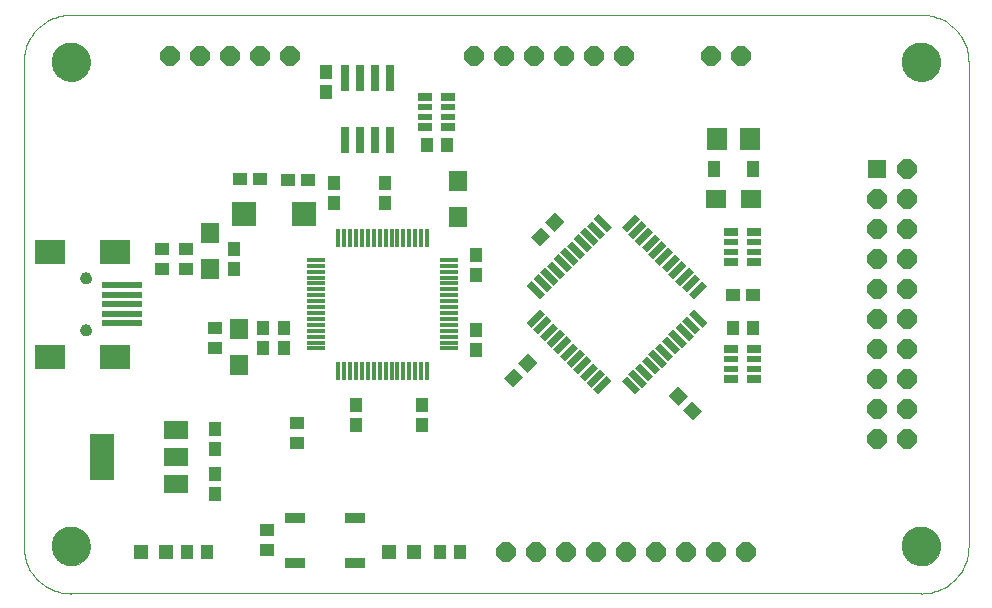
<source format=gts>
G75*
G70*
%OFA0B0*%
%FSLAX24Y24*%
%IPPOS*%
%LPD*%
%AMOC8*
5,1,8,0,0,1.08239X$1,22.5*
%
%ADD10R,0.0434X0.0473*%
%ADD11R,0.0591X0.0670*%
%ADD12R,0.0473X0.0434*%
%ADD13R,0.0276X0.0906*%
%ADD14R,0.0827X0.0631*%
%ADD15R,0.0827X0.1536*%
%ADD16OC8,0.0640*%
%ADD17R,0.0512X0.0512*%
%ADD18R,0.0670X0.0591*%
%ADD19R,0.0840X0.0840*%
%ADD20R,0.0631X0.0237*%
%ADD21R,0.0237X0.0631*%
%ADD22R,0.0640X0.0640*%
%ADD23R,0.0146X0.0611*%
%ADD24R,0.0611X0.0146*%
%ADD25R,0.0690X0.0340*%
%ADD26R,0.0493X0.0213*%
%ADD27R,0.0493X0.0288*%
%ADD28R,0.0398X0.0520*%
%ADD29R,0.0670X0.0750*%
%ADD30R,0.1024X0.0827*%
%ADD31R,0.1339X0.0237*%
%ADD32C,0.0000*%
%ADD33C,0.0394*%
%ADD34C,0.1300*%
D10*
X010875Y004795D03*
X011544Y004795D03*
X011803Y006729D03*
X011803Y007399D03*
X011803Y008229D03*
X011803Y008899D03*
X013391Y011603D03*
X014091Y011603D03*
X014091Y012272D03*
X013391Y012272D03*
X012418Y014228D03*
X012418Y014897D03*
X015759Y016428D03*
X015759Y017097D03*
X017459Y017097D03*
X017459Y016428D03*
X018856Y018362D03*
X019526Y018362D03*
X015491Y020128D03*
X015491Y020797D03*
X020491Y014696D03*
X020491Y014026D03*
X020491Y012199D03*
X020491Y011529D03*
X018689Y009697D03*
X018689Y009028D03*
X016489Y009028D03*
X016489Y009697D03*
X019300Y004795D03*
X019970Y004795D03*
X029053Y012262D03*
X029722Y012262D03*
D11*
X019909Y015972D03*
X019909Y017153D03*
X012591Y012228D03*
X012591Y011047D03*
X011644Y014247D03*
X011644Y015428D03*
D12*
X010819Y014897D03*
X010019Y014897D03*
X010019Y014228D03*
X010819Y014228D03*
X011791Y012272D03*
X011791Y011603D03*
X014547Y009105D03*
X014547Y008436D03*
X013529Y005523D03*
X013529Y004854D03*
G36*
X022074Y010639D02*
X021741Y010306D01*
X021434Y010613D01*
X021767Y010946D01*
X022074Y010639D01*
G37*
G36*
X022547Y011112D02*
X022214Y010779D01*
X021907Y011086D01*
X022240Y011419D01*
X022547Y011112D01*
G37*
G36*
X027241Y010319D02*
X027574Y009986D01*
X027267Y009679D01*
X026934Y010012D01*
X027241Y010319D01*
G37*
G36*
X027714Y009846D02*
X028047Y009513D01*
X027740Y009206D01*
X027407Y009539D01*
X027714Y009846D01*
G37*
X029053Y013362D03*
X029722Y013362D03*
G36*
X023447Y015812D02*
X023114Y015479D01*
X022807Y015786D01*
X023140Y016119D01*
X023447Y015812D01*
G37*
G36*
X022974Y015339D02*
X022641Y015006D01*
X022334Y015313D01*
X022667Y015646D01*
X022974Y015339D01*
G37*
X014907Y017213D03*
X014237Y017213D03*
X013307Y017231D03*
X012637Y017231D03*
D13*
X016141Y018539D03*
X016641Y018539D03*
X017141Y018539D03*
X017641Y018539D03*
X017641Y020586D03*
X017141Y020586D03*
X016641Y020586D03*
X016141Y020586D03*
D14*
X010509Y008868D03*
X010509Y007962D03*
X010509Y007057D03*
D15*
X008029Y007962D03*
D16*
X021501Y004795D03*
X022501Y004795D03*
X023501Y004795D03*
X024501Y004795D03*
X025501Y004795D03*
X026501Y004795D03*
X027501Y004795D03*
X028501Y004795D03*
X029501Y004795D03*
X033859Y008562D03*
X034859Y008562D03*
X034859Y009562D03*
X033859Y009562D03*
X033859Y010562D03*
X034859Y010562D03*
X034859Y011562D03*
X033859Y011562D03*
X033859Y012562D03*
X034859Y012562D03*
X034859Y013562D03*
X033859Y013562D03*
X033859Y014562D03*
X034859Y014562D03*
X034859Y015562D03*
X033859Y015562D03*
X033859Y016562D03*
X034859Y016562D03*
X034859Y017562D03*
X029348Y021330D03*
X028348Y021330D03*
X025442Y021330D03*
X024442Y021330D03*
X023442Y021330D03*
X022442Y021330D03*
X021442Y021330D03*
X020442Y021330D03*
X014312Y021330D03*
X013312Y021330D03*
X012312Y021330D03*
X011312Y021330D03*
X010312Y021330D03*
D17*
X010166Y004795D03*
X009340Y004795D03*
X017607Y004795D03*
X018434Y004795D03*
D18*
X028497Y016578D03*
X029678Y016578D03*
D19*
X014772Y016081D03*
X012772Y016081D03*
D20*
G36*
X022629Y013230D02*
X022184Y013675D01*
X022351Y013842D01*
X022796Y013397D01*
X022629Y013230D01*
G37*
G36*
X022852Y013452D02*
X022407Y013897D01*
X022574Y014064D01*
X023019Y013619D01*
X022852Y013452D01*
G37*
G36*
X023075Y013675D02*
X022630Y014120D01*
X022797Y014287D01*
X023242Y013842D01*
X023075Y013675D01*
G37*
G36*
X023298Y013898D02*
X022853Y014343D01*
X023020Y014510D01*
X023465Y014065D01*
X023298Y013898D01*
G37*
G36*
X023520Y014120D02*
X023075Y014565D01*
X023242Y014732D01*
X023687Y014287D01*
X023520Y014120D01*
G37*
G36*
X023743Y014343D02*
X023298Y014788D01*
X023465Y014955D01*
X023910Y014510D01*
X023743Y014343D01*
G37*
G36*
X023966Y014566D02*
X023521Y015011D01*
X023688Y015178D01*
X024133Y014733D01*
X023966Y014566D01*
G37*
G36*
X024188Y014789D02*
X023743Y015234D01*
X023910Y015401D01*
X024355Y014956D01*
X024188Y014789D01*
G37*
G36*
X024411Y015011D02*
X023966Y015456D01*
X024133Y015623D01*
X024578Y015178D01*
X024411Y015011D01*
G37*
G36*
X024634Y015234D02*
X024189Y015679D01*
X024356Y015846D01*
X024801Y015401D01*
X024634Y015234D01*
G37*
G36*
X024857Y015457D02*
X024412Y015902D01*
X024579Y016069D01*
X025024Y015624D01*
X024857Y015457D01*
G37*
G36*
X028030Y012283D02*
X027585Y012728D01*
X027752Y012895D01*
X028197Y012450D01*
X028030Y012283D01*
G37*
G36*
X027808Y012060D02*
X027363Y012505D01*
X027530Y012672D01*
X027975Y012227D01*
X027808Y012060D01*
G37*
G36*
X027585Y011838D02*
X027140Y012283D01*
X027307Y012450D01*
X027752Y012005D01*
X027585Y011838D01*
G37*
G36*
X027362Y011615D02*
X026917Y012060D01*
X027084Y012227D01*
X027529Y011782D01*
X027362Y011615D01*
G37*
G36*
X027139Y011392D02*
X026694Y011837D01*
X026861Y012004D01*
X027306Y011559D01*
X027139Y011392D01*
G37*
G36*
X026917Y011170D02*
X026472Y011615D01*
X026639Y011782D01*
X027084Y011337D01*
X026917Y011170D01*
G37*
G36*
X026694Y010947D02*
X026249Y011392D01*
X026416Y011559D01*
X026861Y011114D01*
X026694Y010947D01*
G37*
G36*
X026471Y010724D02*
X026026Y011169D01*
X026193Y011336D01*
X026638Y010891D01*
X026471Y010724D01*
G37*
G36*
X026249Y010501D02*
X025804Y010946D01*
X025971Y011113D01*
X026416Y010668D01*
X026249Y010501D01*
G37*
G36*
X026026Y010279D02*
X025581Y010724D01*
X025748Y010891D01*
X026193Y010446D01*
X026026Y010279D01*
G37*
G36*
X025803Y010056D02*
X025358Y010501D01*
X025525Y010668D01*
X025970Y010223D01*
X025803Y010056D01*
G37*
D21*
G36*
X024579Y010056D02*
X024412Y010223D01*
X024857Y010668D01*
X025024Y010501D01*
X024579Y010056D01*
G37*
G36*
X024356Y010279D02*
X024189Y010446D01*
X024634Y010891D01*
X024801Y010724D01*
X024356Y010279D01*
G37*
G36*
X024133Y010501D02*
X023966Y010668D01*
X024411Y011113D01*
X024578Y010946D01*
X024133Y010501D01*
G37*
G36*
X023910Y010724D02*
X023743Y010891D01*
X024188Y011336D01*
X024355Y011169D01*
X023910Y010724D01*
G37*
G36*
X023688Y010947D02*
X023521Y011114D01*
X023966Y011559D01*
X024133Y011392D01*
X023688Y010947D01*
G37*
G36*
X023465Y011170D02*
X023298Y011337D01*
X023743Y011782D01*
X023910Y011615D01*
X023465Y011170D01*
G37*
G36*
X023242Y011392D02*
X023075Y011559D01*
X023520Y012004D01*
X023687Y011837D01*
X023242Y011392D01*
G37*
G36*
X023020Y011615D02*
X022853Y011782D01*
X023298Y012227D01*
X023465Y012060D01*
X023020Y011615D01*
G37*
G36*
X022797Y011838D02*
X022630Y012005D01*
X023075Y012450D01*
X023242Y012283D01*
X022797Y011838D01*
G37*
G36*
X022574Y012060D02*
X022407Y012227D01*
X022852Y012672D01*
X023019Y012505D01*
X022574Y012060D01*
G37*
G36*
X022351Y012283D02*
X022184Y012450D01*
X022629Y012895D01*
X022796Y012728D01*
X022351Y012283D01*
G37*
G36*
X026416Y014566D02*
X026249Y014733D01*
X026694Y015178D01*
X026861Y015011D01*
X026416Y014566D01*
G37*
G36*
X026639Y014343D02*
X026472Y014510D01*
X026917Y014955D01*
X027084Y014788D01*
X026639Y014343D01*
G37*
G36*
X026861Y014120D02*
X026694Y014287D01*
X027139Y014732D01*
X027306Y014565D01*
X026861Y014120D01*
G37*
G36*
X027084Y013898D02*
X026917Y014065D01*
X027362Y014510D01*
X027529Y014343D01*
X027084Y013898D01*
G37*
G36*
X027307Y013675D02*
X027140Y013842D01*
X027585Y014287D01*
X027752Y014120D01*
X027307Y013675D01*
G37*
G36*
X027530Y013452D02*
X027363Y013619D01*
X027808Y014064D01*
X027975Y013897D01*
X027530Y013452D01*
G37*
G36*
X027752Y013230D02*
X027585Y013397D01*
X028030Y013842D01*
X028197Y013675D01*
X027752Y013230D01*
G37*
G36*
X026193Y014789D02*
X026026Y014956D01*
X026471Y015401D01*
X026638Y015234D01*
X026193Y014789D01*
G37*
G36*
X025971Y015011D02*
X025804Y015178D01*
X026249Y015623D01*
X026416Y015456D01*
X025971Y015011D01*
G37*
G36*
X025748Y015234D02*
X025581Y015401D01*
X026026Y015846D01*
X026193Y015679D01*
X025748Y015234D01*
G37*
G36*
X025525Y015457D02*
X025358Y015624D01*
X025803Y016069D01*
X025970Y015902D01*
X025525Y015457D01*
G37*
D22*
X033859Y017562D03*
D23*
X018867Y015277D03*
X018670Y015277D03*
X018474Y015277D03*
X018277Y015277D03*
X018080Y015277D03*
X017883Y015277D03*
X017686Y015277D03*
X017489Y015277D03*
X017292Y015277D03*
X017096Y015277D03*
X016899Y015277D03*
X016702Y015277D03*
X016505Y015277D03*
X016308Y015277D03*
X016111Y015277D03*
X015914Y015277D03*
X015914Y010848D03*
X016111Y010848D03*
X016308Y010848D03*
X016505Y010848D03*
X016702Y010848D03*
X016899Y010848D03*
X017096Y010848D03*
X017292Y010848D03*
X017489Y010848D03*
X017686Y010848D03*
X017883Y010848D03*
X018080Y010848D03*
X018277Y010848D03*
X018474Y010848D03*
X018670Y010848D03*
X018867Y010848D03*
D24*
X019605Y011586D03*
X019605Y011783D03*
X019605Y011980D03*
X019605Y012177D03*
X019605Y012373D03*
X019605Y012570D03*
X019605Y012767D03*
X019605Y012964D03*
X019605Y013161D03*
X019605Y013358D03*
X019605Y013554D03*
X019605Y013751D03*
X019605Y013948D03*
X019605Y014145D03*
X019605Y014342D03*
X019605Y014539D03*
X015176Y014539D03*
X015176Y014342D03*
X015176Y014145D03*
X015176Y013948D03*
X015176Y013751D03*
X015176Y013554D03*
X015176Y013358D03*
X015176Y013161D03*
X015176Y012964D03*
X015176Y012767D03*
X015176Y012570D03*
X015176Y012373D03*
X015176Y012177D03*
X015176Y011980D03*
X015176Y011783D03*
X015176Y011586D03*
D25*
X014462Y005938D03*
X016462Y005938D03*
X016462Y004438D03*
X014462Y004438D03*
D26*
X029004Y010905D03*
X029004Y011220D03*
X029772Y011220D03*
X029772Y010905D03*
X029772Y014805D03*
X029772Y015120D03*
X029004Y015120D03*
X029004Y014805D03*
X019575Y019305D03*
X019575Y019620D03*
X018807Y019620D03*
X018807Y019305D03*
D27*
X018807Y018953D03*
X019575Y018953D03*
X019575Y019972D03*
X018807Y019972D03*
X029004Y015472D03*
X029772Y015472D03*
X029772Y014453D03*
X029004Y014453D03*
X029004Y011572D03*
X029772Y011572D03*
X029772Y010553D03*
X029004Y010553D03*
D28*
X028444Y017578D03*
X029731Y017578D03*
D29*
X029648Y018578D03*
X028528Y018578D03*
D30*
X008474Y014814D03*
X006308Y014814D03*
X006308Y011310D03*
X008474Y011310D03*
D31*
X008710Y012432D03*
X008710Y012747D03*
X008710Y013062D03*
X008710Y013377D03*
X008710Y013692D03*
D32*
X006997Y003417D02*
X035344Y003417D01*
X034714Y004991D02*
X034716Y005041D01*
X034722Y005091D01*
X034732Y005140D01*
X034746Y005188D01*
X034763Y005235D01*
X034784Y005280D01*
X034809Y005324D01*
X034837Y005365D01*
X034869Y005404D01*
X034903Y005441D01*
X034940Y005475D01*
X034980Y005505D01*
X035022Y005532D01*
X035066Y005556D01*
X035112Y005577D01*
X035159Y005593D01*
X035207Y005606D01*
X035257Y005615D01*
X035306Y005620D01*
X035357Y005621D01*
X035407Y005618D01*
X035456Y005611D01*
X035505Y005600D01*
X035553Y005585D01*
X035599Y005567D01*
X035644Y005545D01*
X035687Y005519D01*
X035728Y005490D01*
X035767Y005458D01*
X035803Y005423D01*
X035835Y005385D01*
X035865Y005345D01*
X035892Y005302D01*
X035915Y005258D01*
X035934Y005212D01*
X035950Y005164D01*
X035962Y005115D01*
X035970Y005066D01*
X035974Y005016D01*
X035974Y004966D01*
X035970Y004916D01*
X035962Y004867D01*
X035950Y004818D01*
X035934Y004770D01*
X035915Y004724D01*
X035892Y004680D01*
X035865Y004637D01*
X035835Y004597D01*
X035803Y004559D01*
X035767Y004524D01*
X035728Y004492D01*
X035687Y004463D01*
X035644Y004437D01*
X035599Y004415D01*
X035553Y004397D01*
X035505Y004382D01*
X035456Y004371D01*
X035407Y004364D01*
X035357Y004361D01*
X035306Y004362D01*
X035257Y004367D01*
X035207Y004376D01*
X035159Y004389D01*
X035112Y004405D01*
X035066Y004426D01*
X035022Y004450D01*
X034980Y004477D01*
X034940Y004507D01*
X034903Y004541D01*
X034869Y004578D01*
X034837Y004617D01*
X034809Y004658D01*
X034784Y004702D01*
X034763Y004747D01*
X034746Y004794D01*
X034732Y004842D01*
X034722Y004891D01*
X034716Y004941D01*
X034714Y004991D01*
X035344Y003416D02*
X035421Y003418D01*
X035498Y003424D01*
X035575Y003433D01*
X035651Y003446D01*
X035727Y003463D01*
X035801Y003484D01*
X035875Y003508D01*
X035947Y003536D01*
X036017Y003567D01*
X036086Y003602D01*
X036154Y003640D01*
X036219Y003681D01*
X036282Y003726D01*
X036343Y003774D01*
X036402Y003824D01*
X036458Y003877D01*
X036511Y003933D01*
X036561Y003992D01*
X036609Y004053D01*
X036654Y004116D01*
X036695Y004181D01*
X036733Y004249D01*
X036768Y004318D01*
X036799Y004388D01*
X036827Y004460D01*
X036851Y004534D01*
X036872Y004608D01*
X036889Y004684D01*
X036902Y004760D01*
X036911Y004837D01*
X036917Y004914D01*
X036919Y004991D01*
X036918Y004991D02*
X036918Y021133D01*
X034714Y021133D02*
X034716Y021183D01*
X034722Y021233D01*
X034732Y021282D01*
X034746Y021330D01*
X034763Y021377D01*
X034784Y021422D01*
X034809Y021466D01*
X034837Y021507D01*
X034869Y021546D01*
X034903Y021583D01*
X034940Y021617D01*
X034980Y021647D01*
X035022Y021674D01*
X035066Y021698D01*
X035112Y021719D01*
X035159Y021735D01*
X035207Y021748D01*
X035257Y021757D01*
X035306Y021762D01*
X035357Y021763D01*
X035407Y021760D01*
X035456Y021753D01*
X035505Y021742D01*
X035553Y021727D01*
X035599Y021709D01*
X035644Y021687D01*
X035687Y021661D01*
X035728Y021632D01*
X035767Y021600D01*
X035803Y021565D01*
X035835Y021527D01*
X035865Y021487D01*
X035892Y021444D01*
X035915Y021400D01*
X035934Y021354D01*
X035950Y021306D01*
X035962Y021257D01*
X035970Y021208D01*
X035974Y021158D01*
X035974Y021108D01*
X035970Y021058D01*
X035962Y021009D01*
X035950Y020960D01*
X035934Y020912D01*
X035915Y020866D01*
X035892Y020822D01*
X035865Y020779D01*
X035835Y020739D01*
X035803Y020701D01*
X035767Y020666D01*
X035728Y020634D01*
X035687Y020605D01*
X035644Y020579D01*
X035599Y020557D01*
X035553Y020539D01*
X035505Y020524D01*
X035456Y020513D01*
X035407Y020506D01*
X035357Y020503D01*
X035306Y020504D01*
X035257Y020509D01*
X035207Y020518D01*
X035159Y020531D01*
X035112Y020547D01*
X035066Y020568D01*
X035022Y020592D01*
X034980Y020619D01*
X034940Y020649D01*
X034903Y020683D01*
X034869Y020720D01*
X034837Y020759D01*
X034809Y020800D01*
X034784Y020844D01*
X034763Y020889D01*
X034746Y020936D01*
X034732Y020984D01*
X034722Y021033D01*
X034716Y021083D01*
X034714Y021133D01*
X035344Y022708D02*
X035421Y022706D01*
X035498Y022700D01*
X035575Y022691D01*
X035651Y022678D01*
X035727Y022661D01*
X035801Y022640D01*
X035875Y022616D01*
X035947Y022588D01*
X036017Y022557D01*
X036086Y022522D01*
X036154Y022484D01*
X036219Y022443D01*
X036282Y022398D01*
X036343Y022350D01*
X036402Y022300D01*
X036458Y022247D01*
X036511Y022191D01*
X036561Y022132D01*
X036609Y022071D01*
X036654Y022008D01*
X036695Y021943D01*
X036733Y021875D01*
X036768Y021806D01*
X036799Y021736D01*
X036827Y021664D01*
X036851Y021590D01*
X036872Y021516D01*
X036889Y021440D01*
X036902Y021364D01*
X036911Y021287D01*
X036917Y021210D01*
X036919Y021133D01*
X035344Y022708D02*
X006997Y022708D01*
X006367Y021133D02*
X006369Y021183D01*
X006375Y021233D01*
X006385Y021282D01*
X006399Y021330D01*
X006416Y021377D01*
X006437Y021422D01*
X006462Y021466D01*
X006490Y021507D01*
X006522Y021546D01*
X006556Y021583D01*
X006593Y021617D01*
X006633Y021647D01*
X006675Y021674D01*
X006719Y021698D01*
X006765Y021719D01*
X006812Y021735D01*
X006860Y021748D01*
X006910Y021757D01*
X006959Y021762D01*
X007010Y021763D01*
X007060Y021760D01*
X007109Y021753D01*
X007158Y021742D01*
X007206Y021727D01*
X007252Y021709D01*
X007297Y021687D01*
X007340Y021661D01*
X007381Y021632D01*
X007420Y021600D01*
X007456Y021565D01*
X007488Y021527D01*
X007518Y021487D01*
X007545Y021444D01*
X007568Y021400D01*
X007587Y021354D01*
X007603Y021306D01*
X007615Y021257D01*
X007623Y021208D01*
X007627Y021158D01*
X007627Y021108D01*
X007623Y021058D01*
X007615Y021009D01*
X007603Y020960D01*
X007587Y020912D01*
X007568Y020866D01*
X007545Y020822D01*
X007518Y020779D01*
X007488Y020739D01*
X007456Y020701D01*
X007420Y020666D01*
X007381Y020634D01*
X007340Y020605D01*
X007297Y020579D01*
X007252Y020557D01*
X007206Y020539D01*
X007158Y020524D01*
X007109Y020513D01*
X007060Y020506D01*
X007010Y020503D01*
X006959Y020504D01*
X006910Y020509D01*
X006860Y020518D01*
X006812Y020531D01*
X006765Y020547D01*
X006719Y020568D01*
X006675Y020592D01*
X006633Y020619D01*
X006593Y020649D01*
X006556Y020683D01*
X006522Y020720D01*
X006490Y020759D01*
X006462Y020800D01*
X006437Y020844D01*
X006416Y020889D01*
X006399Y020936D01*
X006385Y020984D01*
X006375Y021033D01*
X006369Y021083D01*
X006367Y021133D01*
X005422Y021133D02*
X005424Y021210D01*
X005430Y021287D01*
X005439Y021364D01*
X005452Y021440D01*
X005469Y021516D01*
X005490Y021590D01*
X005514Y021664D01*
X005542Y021736D01*
X005573Y021806D01*
X005608Y021875D01*
X005646Y021943D01*
X005687Y022008D01*
X005732Y022071D01*
X005780Y022132D01*
X005830Y022191D01*
X005883Y022247D01*
X005939Y022300D01*
X005998Y022350D01*
X006059Y022398D01*
X006122Y022443D01*
X006187Y022484D01*
X006255Y022522D01*
X006324Y022557D01*
X006394Y022588D01*
X006466Y022616D01*
X006540Y022640D01*
X006614Y022661D01*
X006690Y022678D01*
X006766Y022691D01*
X006843Y022700D01*
X006920Y022706D01*
X006997Y022708D01*
X005422Y021133D02*
X005422Y004991D01*
X005424Y004914D01*
X005430Y004837D01*
X005439Y004760D01*
X005452Y004684D01*
X005469Y004608D01*
X005490Y004534D01*
X005514Y004460D01*
X005542Y004388D01*
X005573Y004318D01*
X005608Y004249D01*
X005646Y004181D01*
X005687Y004116D01*
X005732Y004053D01*
X005780Y003992D01*
X005830Y003933D01*
X005883Y003877D01*
X005939Y003824D01*
X005998Y003774D01*
X006059Y003726D01*
X006122Y003681D01*
X006187Y003640D01*
X006255Y003602D01*
X006324Y003567D01*
X006394Y003536D01*
X006466Y003508D01*
X006540Y003484D01*
X006614Y003463D01*
X006690Y003446D01*
X006766Y003433D01*
X006843Y003424D01*
X006920Y003418D01*
X006997Y003416D01*
X006367Y004991D02*
X006369Y005041D01*
X006375Y005091D01*
X006385Y005140D01*
X006399Y005188D01*
X006416Y005235D01*
X006437Y005280D01*
X006462Y005324D01*
X006490Y005365D01*
X006522Y005404D01*
X006556Y005441D01*
X006593Y005475D01*
X006633Y005505D01*
X006675Y005532D01*
X006719Y005556D01*
X006765Y005577D01*
X006812Y005593D01*
X006860Y005606D01*
X006910Y005615D01*
X006959Y005620D01*
X007010Y005621D01*
X007060Y005618D01*
X007109Y005611D01*
X007158Y005600D01*
X007206Y005585D01*
X007252Y005567D01*
X007297Y005545D01*
X007340Y005519D01*
X007381Y005490D01*
X007420Y005458D01*
X007456Y005423D01*
X007488Y005385D01*
X007518Y005345D01*
X007545Y005302D01*
X007568Y005258D01*
X007587Y005212D01*
X007603Y005164D01*
X007615Y005115D01*
X007623Y005066D01*
X007627Y005016D01*
X007627Y004966D01*
X007623Y004916D01*
X007615Y004867D01*
X007603Y004818D01*
X007587Y004770D01*
X007568Y004724D01*
X007545Y004680D01*
X007518Y004637D01*
X007488Y004597D01*
X007456Y004559D01*
X007420Y004524D01*
X007381Y004492D01*
X007340Y004463D01*
X007297Y004437D01*
X007252Y004415D01*
X007206Y004397D01*
X007158Y004382D01*
X007109Y004371D01*
X007060Y004364D01*
X007010Y004361D01*
X006959Y004362D01*
X006910Y004367D01*
X006860Y004376D01*
X006812Y004389D01*
X006765Y004405D01*
X006719Y004426D01*
X006675Y004450D01*
X006633Y004477D01*
X006593Y004507D01*
X006556Y004541D01*
X006522Y004578D01*
X006490Y004617D01*
X006462Y004658D01*
X006437Y004702D01*
X006416Y004747D01*
X006399Y004794D01*
X006385Y004842D01*
X006375Y004891D01*
X006369Y004941D01*
X006367Y004991D01*
X007312Y012196D02*
X007314Y012222D01*
X007320Y012248D01*
X007330Y012273D01*
X007343Y012296D01*
X007359Y012316D01*
X007379Y012334D01*
X007401Y012349D01*
X007424Y012361D01*
X007450Y012369D01*
X007476Y012373D01*
X007502Y012373D01*
X007528Y012369D01*
X007554Y012361D01*
X007578Y012349D01*
X007599Y012334D01*
X007619Y012316D01*
X007635Y012296D01*
X007648Y012273D01*
X007658Y012248D01*
X007664Y012222D01*
X007666Y012196D01*
X007664Y012170D01*
X007658Y012144D01*
X007648Y012119D01*
X007635Y012096D01*
X007619Y012076D01*
X007599Y012058D01*
X007577Y012043D01*
X007554Y012031D01*
X007528Y012023D01*
X007502Y012019D01*
X007476Y012019D01*
X007450Y012023D01*
X007424Y012031D01*
X007400Y012043D01*
X007379Y012058D01*
X007359Y012076D01*
X007343Y012096D01*
X007330Y012119D01*
X007320Y012144D01*
X007314Y012170D01*
X007312Y012196D01*
X007312Y013929D02*
X007314Y013955D01*
X007320Y013981D01*
X007330Y014006D01*
X007343Y014029D01*
X007359Y014049D01*
X007379Y014067D01*
X007401Y014082D01*
X007424Y014094D01*
X007450Y014102D01*
X007476Y014106D01*
X007502Y014106D01*
X007528Y014102D01*
X007554Y014094D01*
X007578Y014082D01*
X007599Y014067D01*
X007619Y014049D01*
X007635Y014029D01*
X007648Y014006D01*
X007658Y013981D01*
X007664Y013955D01*
X007666Y013929D01*
X007664Y013903D01*
X007658Y013877D01*
X007648Y013852D01*
X007635Y013829D01*
X007619Y013809D01*
X007599Y013791D01*
X007577Y013776D01*
X007554Y013764D01*
X007528Y013756D01*
X007502Y013752D01*
X007476Y013752D01*
X007450Y013756D01*
X007424Y013764D01*
X007400Y013776D01*
X007379Y013791D01*
X007359Y013809D01*
X007343Y013829D01*
X007330Y013852D01*
X007320Y013877D01*
X007314Y013903D01*
X007312Y013929D01*
D33*
X007489Y013929D03*
X007489Y012196D03*
D34*
X006997Y004991D03*
X006997Y021133D03*
X035344Y021133D03*
X035344Y004991D03*
M02*

</source>
